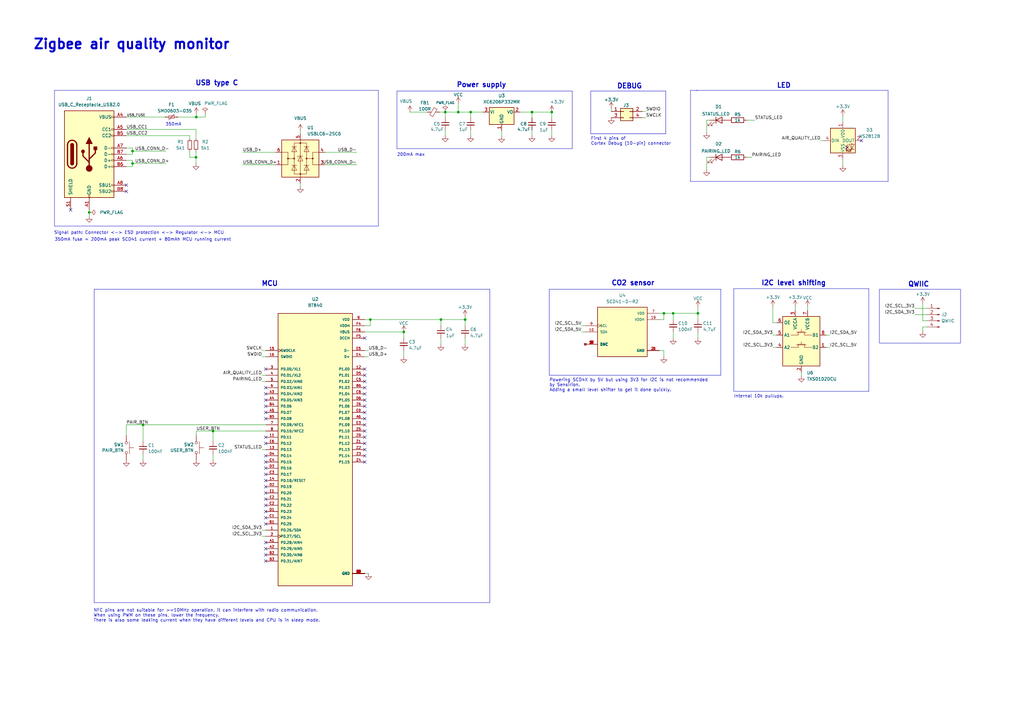
<source format=kicad_sch>
(kicad_sch (version 20230121) (generator eeschema)
  (paper "A3")
  (title_block (title "Zigbee air quality monitor") (date "2024-02-28") (rev "1.0") (company "Jan Gnip"))
  (lib_symbols
    (symbol "Connector:Conn_01x04_Male" (pin_names (offset 1.016) hide)
      (property "Reference" "J" (at 0 5.08 0))
      (property "Value" "Conn_01x04_Male" (at 0 -7.62 0))
      (symbol "Conn_01x04_Male_1_1"
        (pin passive line (at 5.08 2.54 180) (length 3.81) (name "Pin_1") (number "1"))
        (pin passive line (at 5.08 0 180) (length 3.81) (name "Pin_2") (number "2"))
        (pin passive line (at 5.08 -2.54 180) (length 3.81) (name "Pin_3") (number "3"))
        (pin passive line (at 5.08 -5.08 180) (length 3.81) (name "Pin_4") (number "4"))
      )
    )
    (symbol "Connector:USB_C_Receptacle_USB2.0" (pin_names (offset 1.016))
      (property "Reference" "J" (at -10.16 19.05 0))
      (property "Value" "USB_C_Receptacle_USB2.0" (at 19.05 19.05 0))
      (symbol "USB_C_Receptacle_USB2.0_1_1"
        (pin passive line (at 0 -22.86 90) (length 5.08) (name "GND") (number "A1"))
        (pin passive line (at 0 -22.86 90) (length 5.08) hide (name "GND") (number "A12"))
        (pin passive line (at 15.24 15.24 180) (length 5.08) (name "VBUS") (number "A4"))
        (pin bidirectional line (at 15.24 10.16 180) (length 5.08) (name "CC1") (number "A5"))
        (pin bidirectional line (at 15.24 -2.54 180) (length 5.08) (name "D+") (number "A6"))
        (pin bidirectional line (at 15.24 2.54 180) (length 5.08) (name "D-") (number "A7"))
        (pin bidirectional line (at 15.24 -12.7 180) (length 5.08) (name "SBU1") (number "A8"))
        (pin passive line (at 15.24 15.24 180) (length 5.08) hide (name "VBUS") (number "A9"))
        (pin passive line (at 0 -22.86 90) (length 5.08) hide (name "GND") (number "B1"))
        (pin passive line (at 0 -22.86 90) (length 5.08) hide (name "GND") (number "B12"))
        (pin passive line (at 15.24 15.24 180) (length 5.08) hide (name "VBUS") (number "B4"))
        (pin bidirectional line (at 15.24 7.62 180) (length 5.08) (name "CC2") (number "B5"))
        (pin bidirectional line (at 15.24 -5.08 180) (length 5.08) (name "D+") (number "B6"))
        (pin bidirectional line (at 15.24 0 180) (length 5.08) (name "D-") (number "B7"))
        (pin bidirectional line (at 15.24 -15.24 180) (length 5.08) (name "SBU2") (number "B8"))
        (pin passive line (at 15.24 15.24 180) (length 5.08) hide (name "VBUS") (number "B9"))
        (pin passive line (at -7.62 -22.86 90) (length 5.08) (name "SHIELD") (number "S1"))
      )
    )
    (symbol "Connector_Generic:Conn_02x02_Odd_Even" (pin_names (offset 1.016) hide)
      (property "Reference" "J" (at 1.27 2.54 0))
      (property "Value" "Conn_02x02_Odd_Even" (at 1.27 -5.08 0))
      (symbol "Conn_02x02_Odd_Even_1_1"
        (pin passive line (at -5.08 0 0) (length 3.81) (name "Pin_1") (number "1"))
        (pin passive line (at 7.62 0 180) (length 3.81) (name "Pin_2") (number "2"))
        (pin passive line (at -5.08 -2.54 0) (length 3.81) (name "Pin_3") (number "3"))
        (pin passive line (at 7.62 -2.54 180) (length 3.81) (name "Pin_4") (number "4"))
      )
    )
    (symbol "Device:C_Small" (pin_numbers hide) (pin_names (offset 0.254) hide)
      (property "Reference" "C" (at 0.254 1.778 0))
      (property "Value" "C_Small" (at 0.254 -2.032 0))
      (symbol "C_Small_1_1"
        (pin passive line (at 0 2.54 270) (length 2.032) (name "~") (number "1"))
        (pin passive line (at 0 -2.54 90) (length 2.032) (name "~") (number "2"))
      )
    )
    (symbol "Device:FerriteBead_Small" (pin_numbers hide) (pin_names (offset 0))
      (property "Reference" "FB" (at 1.905 1.27 0))
      (property "Value" "FerriteBead_Small" (at 1.905 -1.27 0))
      (symbol "FerriteBead_Small_1_1"
        (pin passive line (at 0 2.54 270) (length 1.27) (name "~") (number "1"))
        (pin passive line (at 0 -2.54 90) (length 1.27) (name "~") (number "2"))
      )
    )
    (symbol "Device:LED" (pin_numbers hide) (pin_names (offset 1.016) hide)
      (property "Reference" "D" (at 0 2.54 0))
      (property "Value" "LED" (at 0 -2.54 0))
      (symbol "LED_1_1"
        (pin passive line (at -3.81 0 0) (length 2.54) (name "K") (number "1"))
        (pin passive line (at 3.81 0 180) (length 2.54) (name "A") (number "2"))
      )
    )
    (symbol "Device:Polyfuse_Small" (pin_numbers hide) (pin_names (offset 0))
      (property "Reference" "F" (at -1.905 0 90))
      (property "Value" "Polyfuse_Small" (at 1.905 0 90))
      (symbol "Polyfuse_Small_1_1"
        (pin passive line (at 0 2.54 270) (length 0.635) (name "~") (number "1"))
        (pin passive line (at 0 -2.54 90) (length 0.635) (name "~") (number "2"))
      )
    )
    (symbol "Device:R" (pin_numbers hide) (pin_names (offset 0))
      (property "Reference" "R" (at 2.032 0 90))
      (property "Value" "R" (at 0 0 90))
      (symbol "R_1_1"
        (pin passive line (at 0 3.81 270) (length 1.27) (name "~") (number "1"))
        (pin passive line (at 0 -3.81 90) (length 1.27) (name "~") (number "2"))
      )
    )
    (symbol "Device:R_Small" (pin_numbers hide) (pin_names (offset 0.254) hide)
      (property "Reference" "R" (at 0.762 0.508 0))
      (property "Value" "R_Small" (at 0.762 -1.016 0))
      (symbol "R_Small_1_1"
        (pin passive line (at 0 2.54 270) (length 0.762) (name "~") (number "1"))
        (pin passive line (at 0 -2.54 90) (length 0.762) (name "~") (number "2"))
      )
    )
    (symbol "LED:WS2812B" (pin_names (offset 0.254))
      (property "Reference" "D" (at 5.08 5.715 0))
      (property "Value" "WS2812B" (at 1.27 -5.715 0))
      (symbol "WS2812B_0_0"
        (text "RGB" (at 2.286 -4.191 0) (effects (font (size 0.762 0.762))))
      )
      (symbol "WS2812B_1_1"
        (pin power_in line (at 0 7.62 270) (length 2.54) (name "VDD") (number "1"))
        (pin output line (at 7.62 0 180) (length 2.54) (name "DOUT") (number "2"))
        (pin power_in line (at 0 -7.62 90) (length 2.54) (name "VSS") (number "3"))
        (pin input line (at -7.62 0 0) (length 2.54) (name "DIN") (number "4"))
      )
    )
    (symbol "Logic_LevelTranslator:TXS0102DCU"
      (property "Reference" "U6" (at 2.1941 -12.954 0))
      (property "Value" "TXS0102DCU" (at 2.1941 -15.494 0))
      (symbol "TXS0102DCU_1_1"
        (pin bidirectional line (at 10.16 -2.54 180) (length 2.54) (name "B2") (number "1"))
        (pin power_in line (at 0 -12.7 90) (length 2.54) (name "GND") (number "2"))
        (pin power_in line (at -2.54 12.7 270) (length 2.54) (name "VCCA") (number "3"))
        (pin bidirectional line (at -10.16 -2.54 0) (length 2.54) (name "A2") (number "4"))
        (pin bidirectional line (at -10.16 2.54 0) (length 2.54) (name "A1") (number "5"))
        (pin input line (at -10.16 7.62 0) (length 2.54) (name "OE") (number "6"))
        (pin power_in line (at 2.54 12.7 270) (length 2.54) (name "VCCB") (number "7"))
        (pin bidirectional line (at 10.16 2.54 180) (length 2.54) (name "B1") (number "8"))
      )
    )
    (symbol "Power_Protection:USBLC6-2SC6" (pin_names hide)
      (property "Reference" "U" (at 2.54 8.89 0))
      (property "Value" "USBLC6-2SC6" (at 2.54 -8.89 0))
      (symbol "USBLC6-2SC6_1_1"
        (pin passive line (at -10.16 -2.54 0) (length 2.54) (name "I/O1") (number "1"))
        (pin passive line (at 0 -10.16 90) (length 2.54) (name "GND") (number "2"))
        (pin passive line (at 10.16 -2.54 180) (length 2.54) (name "I/O2") (number "3"))
        (pin passive line (at 10.16 2.54 180) (length 2.54) (name "I/O2") (number "4"))
        (pin passive line (at 0 10.16 270) (length 2.54) (name "VBUS") (number "5"))
        (pin passive line (at -10.16 2.54 0) (length 2.54) (name "I/O1") (number "6"))
      )
    )
    (symbol "Regulator_Linear:XC6206PxxxMR" (pin_names (offset 0.254))
      (property "Reference" "U" (at -3.81 3.175 0))
      (property "Value" "XC6206PxxxMR" (at 0 3.175 0))
      (symbol "XC6206PxxxMR_1_1"
        (pin power_in line (at 0 -7.62 90) (length 2.54) (name "GND") (number "1"))
        (pin power_out line (at 7.62 0 180) (length 2.54) (name "VO") (number "2"))
        (pin power_in line (at -7.62 0 0) (length 2.54) (name "VI") (number "3"))
      )
    )
    (symbol "Switch:SW_Push" (pin_numbers hide) (pin_names (offset 1.016) hide)
      (property "Reference" "SW" (at 1.27 2.54 0))
      (property "Value" "SW_Push" (at 0 -1.524 0))
      (symbol "SW_Push_0_1"
        (pin passive line (at -5.08 0 0) (length 2.54) (name "1") (number "1"))
        (pin passive line (at 5.08 0 180) (length 2.54) (name "2") (number "2"))
      )
    )
    (symbol "hangy:BT840" (pin_names (offset 1.016))
      (property "Reference" "U?" (at 0 61.722 0))
      (property "Value" "BT840" (at 0 59.182 0))
      (symbol "BT840_0_0"
        (pin bidirectional line (at -20.32 -33.02 0) (length 5.08) (name "P0.26/SDA") (number "1"))
        (pin power_in line (at 20.32 -50.8 180) (length 5.08) (name "GND") (number "10"))
        (pin bidirectional line (at -20.32 5.08 0) (length 5.08) (name "P0.11") (number "11"))
        (pin bidirectional line (at 20.32 33.02 180) (length 5.08) (name "P1.00") (number "12"))
        (pin bidirectional line (at -20.32 0 0) (length 5.08) (name "P0.13") (number "13"))
        (pin bidirectional line (at -20.32 -12.7 0) (length 5.08) (name "P0.18/RESET") (number "14"))
        (pin input clock (at -20.32 40.64 0) (length 5.08) (name "SWDCLK") (number "15"))
        (pin bidirectional line (at -20.32 38.1 0) (length 5.08) (name "SWDIO") (number "16"))
        (pin bidirectional clock (at -20.32 -35.56 0) (length 5.08) (name "P0.27/SCL") (number "2"))
        (pin bidirectional line (at -20.32 33.02 0) (length 5.08) (name "P0.00/XL1") (number "3"))
        (pin bidirectional line (at -20.32 30.48 0) (length 5.08) (name "P0.01/XL2") (number "4"))
        (pin bidirectional line (at -20.32 27.94 0) (length 5.08) (name "P0.02/AIN0") (number "5"))
        (pin bidirectional line (at -20.32 25.4 0) (length 5.08) (name "P0.03/AIN1") (number "6"))
        (pin bidirectional line (at -20.32 10.16 0) (length 5.08) (name "P0.09/NFC1") (number "7"))
        (pin bidirectional line (at -20.32 7.62 0) (length 5.08) (name "P0.10/NFC2") (number "8"))
        (pin power_in line (at 20.32 53.34 180) (length 5.08) (name "VDD") (number "9"))
        (pin power_in line (at 20.32 -50.8 180) (length 5.08) (name "GND") (number "A0"))
        (pin bidirectional line (at -20.32 -38.1 0) (length 5.08) (name "P0.28/AIN4") (number "A1"))
        (pin bidirectional line (at -20.32 -40.64 0) (length 5.08) (name "P0.29/AIN5") (number "A2"))
        (pin bidirectional line (at -20.32 22.86 0) (length 5.08) (name "P0.04/AIN2") (number "A3"))
        (pin bidirectional line (at -20.32 20.32 0) (length 5.08) (name "P0.05/AIN3") (number "A4"))
        (pin bidirectional line (at -20.32 15.24 0) (length 5.08) (name "P0.07") (number "A5"))
        (pin bidirectional line (at 20.32 12.7 180) (length 5.08) (name "P1.08") (number "A6"))
        (pin power_in line (at 20.32 -50.8 180) (length 5.08) (name "GND") (number "B0"))
        (pin bidirectional line (at -20.32 -30.48 0) (length 5.08) (name "P0.25") (number "B1"))
        (pin bidirectional line (at -20.32 -43.18 0) (length 5.08) (name "P0.30/AIN6") (number "B2"))
        (pin bidirectional line (at -20.32 -45.72 0) (length 5.08) (name "P0.31/AIN7") (number "B3"))
        (pin bidirectional line (at -20.32 17.78 0) (length 5.08) (name "P0.06") (number "B4"))
        (pin bidirectional line (at -20.32 12.7 0) (length 5.08) (name "P0.08") (number "B5"))
        (pin bidirectional line (at 20.32 25.4 180) (length 5.08) (name "P1.03") (number "B6"))
        (pin power_in line (at 20.32 -50.8 180) (length 5.08) (name "GND") (number "C0"))
        (pin bidirectional line (at -20.32 -27.94 0) (length 5.08) (name "P0.24") (number "C1"))
        (pin bidirectional line (at -20.32 -22.86 0) (length 5.08) (name "P0.22") (number "C2"))
        (pin bidirectional line (at -20.32 -10.16 0) (length 5.08) (name "P0.17") (number "C3"))
        (pin bidirectional line (at -20.32 -5.08 0) (length 5.08) (name "P0.15") (number "C4"))
        (pin bidirectional line (at 20.32 27.94 180) (length 5.08) (name "P1.02") (number "C5"))
        (pin bidirectional line (at 20.32 22.86 180) (length 5.08) (name "P1.04") (number "C6"))
        (pin power_in line (at 20.32 -50.8 180) (length 5.08) (name "GND") (number "D0"))
        (pin bidirectional line (at -20.32 -25.4 0) (length 5.08) (name "P0.23") (number "D1"))
        (pin bidirectional line (at -20.32 -15.24 0) (length 5.08) (name "P0.19") (number "D2"))
        (pin bidirectional line (at -20.32 -7.62 0) (length 5.08) (name "P0.16") (number "D3"))
        (pin bidirectional line (at -20.32 -2.54 0) (length 5.08) (name "P0.14") (number "D4"))
        (pin bidirectional line (at 20.32 30.48 180) (length 5.08) (name "P1.01") (number "D5"))
        (pin bidirectional line (at 20.32 20.32 180) (length 5.08) (name "P1.05") (number "D6"))
        (pin bidirectional line (at 20.32 15.24 180) (length 5.08) (name "P1.07") (number "E0"))
        (pin bidirectional line (at -20.32 -17.78 0) (length 5.08) (name "P0.20") (number "E1"))
        (pin bidirectional line (at -20.32 -20.32 0) (length 5.08) (name "P0.21") (number "E2"))
        (pin bidirectional line (at 20.32 10.16 180) (length 5.08) (name "P1.09") (number "E3"))
        (pin bidirectional line (at 20.32 38.1 180) (length 5.08) (name "D+") (number "E4"))
        (pin bidirectional line (at 20.32 40.64 180) (length 5.08) (name "D-") (number "E5"))
        (pin bidirectional line (at -20.32 2.54 0) (length 5.08) (name "P0.12") (number "E6"))
        (pin power_in line (at 20.32 -50.8 180) (length 5.08) (name "GND") (number "F0"))
        (pin power_in line (at 20.32 -50.8 180) (length 5.08) (name "GND") (number "F1"))
        (pin power_in line (at 20.32 -50.8 180) (length 5.08) (name "GND") (number "F2"))
        (pin power_in line (at 20.32 -50.8 180) (length 5.08) (name "GND") (number "F3"))
        (pin power_in line (at 20.32 50.8 180) (length 5.08) (name "VDDH") (number "F4"))
        (pin power_in line (at 20.32 45.72 180) (length 5.08) (name "DCCH") (number "F5"))
        (pin power_in line (at 20.32 48.26 180) (length 5.08) (name "VBUS") (number "F6"))
        (pin bidirectional line (at 20.32 5.08 180) (length 5.08) (name "P1.11") (number "Z0"))
        (pin bidirectional line (at 20.32 2.54 180) (length 5.08) (name "P1.12") (number "Z1"))
        (pin bidirectional line (at 20.32 0 180) (length 5.08) (name "P1.13") (number "Z2"))
        (pin bidirectional line (at 20.32 -2.54 180) (length 5.08) (name "P1.14") (number "Z3"))
        (pin bidirectional line (at 20.32 -5.08 180) (length 5.08) (name "P1.15") (number "Z4"))
        (pin bidirectional line (at 20.32 7.62 180) (length 5.08) (name "P1.10") (number "Z5"))
        (pin bidirectional line (at 20.32 17.78 180) (length 5.08) (name "P1.06") (number "Z6"))
      )
    )
    (symbol "power:+3.3V" (power) (pin_names (offset 0))
      (property "Value" "+3.3V" (at 0 3.556 0))
      (symbol "+3.3V_1_1"
        (pin power_in line (at 0 0 90) (length 0) hide (name "+3.3V") (number "1"))
      )
    )
    (symbol "power:GND" (power) (pin_names (offset 0))
      (property "Value" "GND" (at 0 -3.81 0))
      (symbol "GND_1_1"
        (pin power_in line (at 0 0 270) (length 0) hide (name "GND") (number "1"))
      )
    )
    (symbol "power:PWR_FLAG" (power) (pin_numbers hide) (pin_names (offset 0) hide)
      (property "Value" "PWR_FLAG" (at 0 3.81 0))
      (symbol "PWR_FLAG_0_0"
        (pin power_out line (at 0 0 90) (length 0) (name "pwr") (number "1"))
      )
    )
    (symbol "power:VBUS" (power) (pin_names (offset 0))
      (property "Value" "VBUS" (at 0 3.81 0))
      (symbol "VBUS_1_1"
        (pin power_in line (at 0 0 90) (length 0) hide (name "VBUS") (number "1"))
      )
    )
    (symbol "power:VCC" (power) (pin_names (offset 0))
      (property "Value" "VCC" (at 0 3.81 0))
      (symbol "VCC_1_1"
        (pin power_in line (at 0 0 90) (length 0) hide (name "VCC") (number "1"))
      )
    )
    (symbol "zigbee_air_quality_monitor:SCD41-D-R2" (pin_names (offset 1.016))
      (property "Reference" "U" (at -10.16 11.176 0))
      (property "Value" "SCD41-D-R2" (at -10.16 -12.7 0))
      (symbol "SCD41-D-R2_0_0"
        (pin no_connect line (at -15.24 -5.08 0) (length 5.08) (name "DNC") (number "1"))
        (pin bidirectional line (at -15.24 0 0) (length 5.08) (name "SDA") (number "10"))
        (pin no_connect line (at -15.24 -5.08 0) (length 5.08) (name "DNC") (number "11"))
        (pin no_connect line (at -15.24 -5.08 0) (length 5.08) (name "DNC") (number "12"))
        (pin no_connect line (at -15.24 -5.08 0) (length 5.08) (name "DNC") (number "13"))
        (pin no_connect line (at -15.24 -5.08 0) (length 5.08) (name "DNC") (number "14"))
        (pin no_connect line (at -15.24 -5.08 0) (length 5.08) (name "DNC") (number "15"))
        (pin no_connect line (at -15.24 -5.08 0) (length 5.08) (name "DNC") (number "16"))
        (pin no_connect line (at -15.24 -5.08 0) (length 5.08) (name "DNC") (number "17"))
        (pin no_connect line (at -15.24 -5.08 0) (length 5.08) (name "DNC") (number "18"))
        (pin power_in line (at 15.24 5.08 180) (length 5.08) (name "VDDH") (number "19"))
        (pin no_connect line (at -15.24 -5.08 0) (length 5.08) (name "DNC") (number "2"))
        (pin power_in line (at 15.24 -7.62 180) (length 5.08) (name "GND") (number "20"))
        (pin power_in line (at 15.24 -7.62 180) (length 5.08) (name "GND") (number "21"))
        (pin no_connect line (at -15.24 -5.08 0) (length 5.08) (name "DNC") (number "3"))
        (pin no_connect line (at -15.24 -5.08 0) (length 5.08) (name "DNC") (number "4"))
        (pin no_connect line (at -15.24 -5.08 0) (length 5.08) (name "DNC") (number "5"))
        (pin power_in line (at 15.24 -7.62 180) (length 5.08) (name "GND") (number "6"))
        (pin power_in line (at 15.24 7.62 180) (length 5.08) (name "VDD") (number "7"))
        (pin no_connect line (at -15.24 -5.08 0) (length 5.08) (name "DNC") (number "8"))
        (pin input clock (at -15.24 2.54 0) (length 5.08) (name "SCL") (number "9"))
      )
    )
  )
  (junction (at 187.96 45.974))
  (junction (at 276.098 128.524))
  (junction (at 193.04 45.974))
  (junction (at 54.356 61.976))
  (junction (at 218.186 45.974))
  (junction (at 54.356 67.056))
  (junction (at 87.376 176.784))
  (junction (at 272.288 128.524))
  (junction (at 58.674 174.244))
  (junction (at 165.608 136.144))
  (junction (at 151.892 131.064))
  (junction (at 36.576 87.122))
  (junction (at 182.626 45.974))
  (junction (at 286.258 128.524))
  (junction (at 226.314 45.974))
  (junction (at 190.754 131.064))
  (junction (at 80.518 48.006))
  (junction (at 80.391 64.516))
  (junction (at 180.848 131.064))
  (no_connect (at 149.606 174.244))
  (no_connect (at 149.606 169.164))
  (no_connect (at 108.966 225.044))
  (no_connect (at 108.966 199.644))
  (no_connect (at 108.966 194.564))
  (no_connect (at 108.966 192.024))
  (no_connect (at 51.816 75.946))
  (no_connect (at 149.606 166.624))
  (no_connect (at 108.966 212.344))
  (no_connect (at 149.606 159.004))
  (no_connect (at 149.606 176.784))
  (no_connect (at 108.966 181.864))
  (no_connect (at 149.606 151.384))
  (no_connect (at 108.966 214.884))
  (no_connect (at 108.966 227.584))
  (no_connect (at 108.966 197.104))
  (no_connect (at 149.606 171.704))
  (no_connect (at 149.606 164.084))
  (no_connect (at 149.606 189.484))
  (no_connect (at 108.966 169.164))
  (no_connect (at 108.966 202.184))
  (no_connect (at 108.966 230.124))
  (no_connect (at 149.606 179.324))
  (no_connect (at 108.966 207.264))
  (no_connect (at 149.606 138.684))
  (no_connect (at 108.966 164.084))
  (no_connect (at 108.966 171.704))
  (no_connect (at 149.606 181.864))
  (no_connect (at 108.966 151.384))
  (no_connect (at 108.966 179.324))
  (no_connect (at 108.966 166.624))
  (no_connect (at 28.956 86.106))
  (no_connect (at 149.606 161.544))
  (no_connect (at 108.966 209.804))
  (no_connect (at 108.966 186.944))
  (no_connect (at 51.816 78.486))
  (no_connect (at 347.472 60.452))
  (no_connect (at 149.606 184.404))
  (no_connect (at 149.606 156.464))
  (no_connect (at 108.966 222.504))
  (no_connect (at 353.314 57.658))
  (no_connect (at 108.966 189.484))
  (no_connect (at 108.966 159.004))
  (no_connect (at 149.606 153.924))
  (no_connect (at 108.966 161.544))
  (no_connect (at 149.606 186.944))
  (no_connect (at 108.966 204.724))
  (wire (pts (xy 54.356 67.056) (xy 54.356 68.326)))
  (wire (pts (xy 190.754 138.684) (xy 190.754 141.224)))
  (wire (pts (xy 58.674 174.244) (xy 108.966 174.244)))
  (wire (pts (xy 318.516 132.334) (xy 316.992 132.334)))
  (wire (pts (xy 107.442 217.424) (xy 108.966 217.424)))
  (wire (pts (xy 331.216 127.254) (xy 331.216 125.73)))
  (wire (pts (xy 107.442 219.964) (xy 108.966 219.964)))
  (polyline (pts (xy 273.05 37.338) (xy 273.05 54.864)))
  (wire (pts (xy 54.356 61.976) (xy 68.072 61.976)))
  (wire (pts (xy 380.238 131.572) (xy 378.46 131.572)))
  (wire (pts (xy 193.04 45.974) (xy 198.12 45.974)))
  (wire (pts (xy 51.816 53.086) (xy 80.391 53.086)))
  (wire (pts (xy 87.376 186.182) (xy 87.376 188.722)))
  (wire (pts (xy 326.136 127.254) (xy 326.136 125.73)))
  (wire (pts (xy 218.186 45.974) (xy 218.186 48.26)))
  (wire (pts (xy 218.186 45.974) (xy 226.314 45.974)))
  (polyline (pts (xy 200.914 247.142) (xy 38.608 247.142)))
  (wire (pts (xy 107.442 156.464) (xy 108.966 156.464)))
  (wire (pts (xy 316.992 125.73) (xy 316.992 132.334)))
  (wire (pts (xy 218.186 53.34) (xy 218.186 55.626)))
  (polyline (pts (xy 22.352 37.084) (xy 155.194 37.084)))
  (wire (pts (xy 99.568 67.564) (xy 113.03 67.564)))
  (wire (pts (xy 338.836 142.494) (xy 340.36 142.494)))
  (wire (pts (xy 289.814 64.516) (xy 289.814 69.596)))
  (wire (pts (xy 272.288 128.524) (xy 270.51 128.524)))
  (wire (pts (xy 240.03 136.144) (xy 238.506 136.144)))
  (wire (pts (xy 345.694 47.498) (xy 345.694 50.038)))
  (wire (pts (xy 149.606 131.064) (xy 151.892 131.064)))
  (wire (pts (xy 51.816 63.246) (xy 54.356 63.246)))
  (wire (pts (xy 99.568 62.484) (xy 113.03 62.484)))
  (wire (pts (xy 80.391 64.516) (xy 80.391 67.056)))
  (wire (pts (xy 276.098 128.524) (xy 276.098 131.064)))
  (wire (pts (xy 226.314 45.974) (xy 226.314 48.26)))
  (wire (pts (xy 308.356 64.516) (xy 306.324 64.516)))
  (wire (pts (xy 54.356 65.786) (xy 54.356 67.056)))
  (wire (pts (xy 180.34 45.974) (xy 182.626 45.974)))
  (wire (pts (xy 54.356 67.056) (xy 68.072 67.056)))
  (wire (pts (xy 80.391 53.086) (xy 80.391 56.896)))
  (wire (pts (xy 165.608 143.764) (xy 165.608 146.304)))
  (wire (pts (xy 151.13 235.204) (xy 149.606 235.204)))
  (wire (pts (xy 338.836 137.414) (xy 340.36 137.414)))
  (polyline (pts (xy 155.194 37.084) (xy 155.194 92.71)))
  (wire (pts (xy 151.892 131.064) (xy 180.848 131.064)))
  (polyline (pts (xy 46.736 118.618) (xy 200.914 118.618)))
  (polyline (pts (xy 283.21 37.084) (xy 283.21 74.422)))
  (polyline (pts (xy 234.696 37.338) (xy 234.696 60.96)))
  (wire (pts (xy 276.098 128.524) (xy 286.258 128.524)))
  (wire (pts (xy 80.518 46.736) (xy 80.518 48.006)))
  (wire (pts (xy 289.814 64.516) (xy 291.084 64.516)))
  (wire (pts (xy 180.848 138.684) (xy 180.848 141.224)))
  (wire (pts (xy 270.51 143.764) (xy 272.288 143.764)))
  (polyline (pts (xy 162.814 37.338) (xy 162.814 60.96)))
  (wire (pts (xy 77.851 64.516) (xy 80.391 64.516)))
  (wire (pts (xy 213.36 45.974) (xy 218.186 45.974)))
  (wire (pts (xy 240.03 133.604) (xy 238.506 133.604)))
  (wire (pts (xy 289.814 49.276) (xy 289.814 54.356)))
  (wire (pts (xy 187.96 45.974) (xy 193.04 45.974)))
  (wire (pts (xy 336.55 57.658) (xy 338.074 57.658)))
  (wire (pts (xy 286.258 128.524) (xy 286.258 125.984)))
  (wire (pts (xy 168.148 45.974) (xy 175.26 45.974)))
  (wire (pts (xy 51.816 65.786) (xy 54.356 65.786)))
  (wire (pts (xy 226.314 53.34) (xy 226.314 55.626)))
  (wire (pts (xy 51.816 60.706) (xy 54.356 60.706)))
  (wire (pts (xy 133.35 62.484) (xy 146.304 62.484)))
  (wire (pts (xy 108.966 146.304) (xy 107.442 146.304)))
  (wire (pts (xy 151.13 143.764) (xy 149.606 143.764)))
  (wire (pts (xy 108.966 143.764) (xy 107.442 143.764)))
  (wire (pts (xy 80.518 48.006) (xy 84.1502 48.006)))
  (wire (pts (xy 378.46 124.46) (xy 378.46 131.572)))
  (wire (pts (xy 87.376 176.784) (xy 87.376 181.102)))
  (polyline (pts (xy 364.236 74.422) (xy 283.21 74.422)))
  (wire (pts (xy 36.576 86.106) (xy 36.576 87.122)))
  (polyline (pts (xy 200.914 118.618) (xy 200.914 247.142)))
  (wire (pts (xy 54.356 60.706) (xy 54.356 61.976)))
  (wire (pts (xy 276.098 136.144) (xy 276.098 138.684)))
  (polyline (pts (xy 285.496 37.084) (xy 364.236 37.084)))
  (wire (pts (xy 149.606 133.604) (xy 151.892 133.604)))
  (wire (pts (xy 190.754 131.064) (xy 190.754 133.604)))
  (polyline (pts (xy 38.608 118.618) (xy 46.736 118.618)))
  (wire (pts (xy 286.258 128.524) (xy 286.258 131.064)))
  (polyline (pts (xy 38.608 247.142) (xy 38.608 118.618)))
  (wire (pts (xy 205.74 53.594) (xy 205.74 55.88)))
  (polyline (pts (xy 295.656 118.618) (xy 225.298 118.618)))
  (wire (pts (xy 263.398 48.26) (xy 264.922 48.26)))
  (polyline (pts (xy 234.696 60.96) (xy 162.814 60.96)))
  (wire (pts (xy 84.1502 46.736) (xy 84.1502 48.006)))
  (wire (pts (xy 309.626 49.276) (xy 306.324 49.276)))
  (polyline (pts (xy 283.21 37.084) (xy 286.258 37.084)))
  (wire (pts (xy 272.288 131.064) (xy 272.288 128.524)))
  (wire (pts (xy 182.626 53.34) (xy 182.626 55.626)))
  (wire (pts (xy 318.516 137.414) (xy 316.992 137.414)))
  (wire (pts (xy 80.518 176.784) (xy 80.518 178.562)))
  (wire (pts (xy 375.158 126.492) (xy 380.238 126.492)))
  (wire (pts (xy 123.19 53.594) (xy 123.19 54.864)))
  (wire (pts (xy 51.816 48.006) (xy 67.818 48.006)))
  (wire (pts (xy 77.851 61.976) (xy 77.851 64.516)))
  (polyline (pts (xy 22.352 37.084) (xy 22.352 92.71)))
  (wire (pts (xy 328.676 154.178) (xy 328.676 152.654)))
  (wire (pts (xy 107.442 184.404) (xy 108.966 184.404)))
  (polyline (pts (xy 295.656 118.618) (xy 295.656 153.924)))
  (wire (pts (xy 151.13 146.304) (xy 149.606 146.304)))
  (wire (pts (xy 378.46 134.112) (xy 380.238 134.112)))
  (polyline (pts (xy 273.05 54.864) (xy 242.316 54.864)))
  (wire (pts (xy 180.848 131.064) (xy 190.754 131.064)))
  (wire (pts (xy 107.442 153.924) (xy 108.966 153.924)))
  (wire (pts (xy 58.674 186.182) (xy 58.674 188.722)))
  (wire (pts (xy 123.19 75.184) (xy 123.19 76.454)))
  (polyline (pts (xy 295.656 153.924) (xy 225.298 153.924)))
  (wire (pts (xy 151.892 133.604) (xy 151.892 131.064)))
  (wire (pts (xy 250.698 44.45) (xy 250.698 45.72)))
  (wire (pts (xy 272.288 128.524) (xy 276.098 128.524)))
  (wire (pts (xy 263.398 45.72) (xy 264.922 45.72)))
  (wire (pts (xy 80.518 176.784) (xy 87.376 176.784)))
  (polyline (pts (xy 364.236 37.084) (xy 364.236 74.422)))
  (wire (pts (xy 378.46 135.89) (xy 378.46 134.112)))
  (polyline (pts (xy 225.298 118.618) (xy 225.298 153.924)))
  (wire (pts (xy 87.376 176.784) (xy 108.966 176.784)))
  (wire (pts (xy 149.606 136.144) (xy 165.608 136.144)))
  (wire (pts (xy 318.516 142.494) (xy 316.992 142.494)))
  (wire (pts (xy 51.816 174.244) (xy 51.816 178.562)))
  (wire (pts (xy 182.626 45.974) (xy 182.626 48.26)))
  (wire (pts (xy 375.158 129.032) (xy 380.238 129.032)))
  (wire (pts (xy 58.674 174.244) (xy 58.674 181.102)))
  (polyline (pts (xy 242.316 37.338) (xy 273.05 37.338)))
  (polyline (pts (xy 162.814 37.338) (xy 234.696 37.338)))
  (wire (pts (xy 54.356 61.976) (xy 54.356 63.246)))
  (polyline (pts (xy 242.316 37.338) (xy 242.316 54.864)))
  (wire (pts (xy 72.898 48.006) (xy 80.518 48.006)))
  (wire (pts (xy 187.96 42.418) (xy 187.96 45.974)))
  (wire (pts (xy 289.814 49.276) (xy 291.084 49.276)))
  (wire (pts (xy 80.391 64.516) (xy 80.391 61.976)))
  (wire (pts (xy 182.626 45.974) (xy 187.96 45.974)))
  (wire (pts (xy 133.35 67.564) (xy 146.304 67.564)))
  (wire (pts (xy 77.851 55.626) (xy 77.851 56.896)))
  (wire (pts (xy 36.576 87.122) (xy 36.576 88.646)))
  (wire (pts (xy 51.816 174.244) (xy 58.674 174.244)))
  (wire (pts (xy 180.848 131.064) (xy 180.848 133.604)))
  (polyline (pts (xy 155.194 92.71) (xy 22.352 92.71)))
  (wire (pts (xy 270.51 131.064) (xy 272.288 131.064)))
  (wire (pts (xy 286.258 136.144) (xy 286.258 138.684)))
  (wire (pts (xy 190.754 129.794) (xy 190.754 131.064)))
  (wire (pts (xy 272.288 146.304) (xy 272.288 143.764)))
  (wire (pts (xy 193.04 53.34) (xy 193.04 55.626)))
  (wire (pts (xy 165.608 136.144) (xy 165.608 138.684)))
  (wire (pts (xy 193.04 45.974) (xy 193.04 48.26)))
  (wire (pts (xy 51.816 68.326) (xy 54.356 68.326)))
  (wire (pts (xy 51.816 55.626) (xy 77.851 55.626)))
  (wire (pts (xy 345.694 65.278) (xy 345.694 67.818)))
  (rectangle (start 300.99 118.364) (end 356.362 160.528))
  (rectangle (start 360.68 118.618) (end 393.954 140.716))
  (text "Internal 10k pullups." (at 300.99 163.322 0) (effects (font (size 1.27 1.27)) (justify left bottom)))
  (text "DEBUG" (at 252.984 36.576 0) (effects (font (size 2 2) (thickness 0.4) bold) (justify left bottom)))
  (text "LED" (at 318.516 36.322 0) (effects (font (size 2 2) (thickness 0.4) bold) (justify left bottom)))
  (text "MCU" (at 107.188 117.602 0) (effects (font (size 2 2) (thickness 0.4) bold) (justify left bottom)))
  (text "350mA" (at 67.818 51.816 0) (effects (font (size 1.27 1.27)) (justify left bottom)))
  (text "Power supply" (at 187.198 36.068 0) (effects (font (size 2 2) (thickness 0.4) bold) (justify left bottom)))
  (text "200mA max" (at 162.814 64.262 0) (effects (font (size 1.27 1.27)) (justify left bottom)))
  (text "NFC pins are not suitable for >=10MHz operation, it can interfere with radio communication.\nWhen using PWM on these pins, lower the frequency.\nThere is also some leaking current when they have different levels and CPU is in sleep mode." (at 38.354 255.27 0) (effects (font (size 1.27 1.27)) (justify left bottom)))
  (text "Powering SCD4X by 5V but using 3V3 for I2C is not recommended\nby Sensirion.\nAdding a small level shifter to get it done quickly." (at 225.298 160.782 0) (effects (font (size 1.27 1.27)) (justify left bottom)))
  (text "USB type C" (at 80.0608 35.306 0) (effects (font (size 2 2) (thickness 0.4) bold) (justify left bottom)))
  (text "CO2 sensor" (at 250.698 117.348 0) (effects (font (size 2 2) (thickness 0.4) bold) (justify left bottom)))
  (text "First 4 pins of\nCortex Debug (10-pin) connector" (at 242.316 59.69 0) (effects (font (size 1.27 1.27)) (justify left bottom)))
  (text "Signal path: Connector <-> ESD protection <-> Regulator <-> MCU" (at 22.1488 96.266 0) (effects (font (size 1.27 1.27)) (justify left bottom)))
  (text "I2C level shifting" (at 312.166 117.348 0) (effects (font (size 2 2) (thickness 0.4) bold) (justify left bottom)))
  (text "350mA fuse = 200mA peak SCD41 current + 80mAh MCU running current" (at 22.352 99.06 0) (effects (font (size 1.27 1.27)) (justify left bottom)))
  (text "Zigbee air quality monitor" (at 13.462 20.574 0) (effects (font (size 4 4) (thickness 0.8) bold) (justify left bottom)))
  (text "QWIIC" (at 372.364 117.856 0) (effects (font (size 2 2) (thickness 0.4) bold) (justify left bottom)))
  (label "I2C_SDA_3V3" (at 375.158 129.032 180))
  (label "STATUS_LED" (at 107.442 184.404 180))
  (label "PAIR_BTN" (at 51.816 174.244 0))
  (label "USB_CC1" (at 51.816 53.086 0))
  (label "I2C_SDA_5V" (at 238.506 136.144 180))
  (label "USB_CONN_D-" (at 146.304 67.564 180))
  (label "I2C_SCL_5V" (at 340.36 142.494 0))
  (label "I2C_SCL_3V3" (at 107.442 219.964 180))
  (label "USB_FUSE" (at 51.943 48.006 0) (effects (font (size 1 1))))
  (label "I2C_SDA_5V" (at 340.36 137.414 0))
  (label "USB_CONN_D+" (at 99.568 67.564 0))
  (label "I2C_SDA_3V3" (at 107.442 217.424 180))
  (label "USB_CONN_D+" (at 55.372 67.056 0))
  (label "I2C_SCL_3V3" (at 375.158 126.492 180))
  (label "PAIRING_LED" (at 107.442 156.464 180))
  (label "USB_CONN_D-" (at 55.372 61.976 0))
  (label "USB_D+" (at 99.568 62.484 0))
  (label "SWCLK" (at 264.922 48.26 0))
  (label "USB_D-" (at 146.304 62.484 180))
  (label "I2C_SCL_3V3" (at 316.992 142.494 180))
  (label "USB_D+" (at 151.13 146.304 0))
  (label "SWCLK" (at 107.442 143.764 180))
  (label "USER_BTN" (at 80.518 176.784 0))
  (label "SWDIO" (at 107.442 146.304 180))
  (label "PAIRING_LED" (at 308.356 64.516 0))
  (label "USB_D-" (at 151.13 143.764 0))
  (label "AIR_QUALITY_LED" (at 107.442 153.924 180))
  (label "STATUS_LED" (at 309.626 49.276 0))
  (label "USB_CC2" (at 51.816 55.626 0))
  (label "I2C_SDA_3V3" (at 316.992 137.414 180))
  (label "I2C_SCL_5V" (at 238.506 133.604 180))
  (label "AIR_QUALITY_LED" (at 336.55 57.658 180))
  (label "SWDIO" (at 264.922 45.72 0))
  (symbol (lib_id "Regulator_Linear:XC6206PxxxMR") (at 205.74 45.974 0) (unit 1)
    (property "Reference" "U3" (at 205.74 39.243 0))
    (property "Value" "XC6206P332MR" (at 205.74 41.783 0))
    (property "Footprint" "Package_TO_SOT_SMD:SOT-23" (effects hide))
    (property "Datasheet" "https://www.torexsemi.com/file/xc6206/XC6206.pdf" (effects hide))
    (property "LCSC Part" "C5446" (effects hide))
  )
  (symbol (lib_id "power:GND") (at 345.694 67.818 0) (unit 1)
    (property "Reference" "#PWR036" (effects hide))
    (property "Value" "GND" (effects hide))
  )
  (symbol (lib_id "Logic_LevelTranslator:TXS0102DCU") (at 328.676 139.954 0) (unit 1)
    (property "Reference" "U6" (at 330.8701 152.908 0) (effects (justify left)))
    (property "Value" "TXS0102DCU" (at 330.8701 155.448 0) (effects (justify left)))
    (property "Footprint" "Package_SO:VSSOP-8_2.3x2mm_P0.5mm" (effects hide))
    (property "Datasheet" "http://www.ti.com/lit/gpn/txs0102" (effects hide))
  )
  (symbol (lib_id "power:GND") (at 289.814 69.596 0) (unit 1)
    (property "Reference" "#PWR034" (effects hide))
    (property "Value" "GND" (effects hide))
  )
  (symbol (lib_id "power:GND") (at 226.314 55.626 0) (unit 1)
    (property "Reference" "#PWR024" (effects hide))
    (property "Value" "GND" (effects hide))
  )
  (symbol (lib_id "Connector_Generic:Conn_02x02_Odd_Even") (at 255.778 45.72 0) (unit 1)
    (property "Reference" "J3" (at 256.794 43.18 0))
    (property "Value" "Conn_02x02_Odd_Even" (effects hide))
    (property "Footprint" "Connector_PinHeader_1.27mm:PinHeader_2x02_P1.27mm_Vertical" (effects hide))
  )
  (symbol (lib_id "power:VBUS") (at 123.19 53.594 0) (unit 1)
    (property "Reference" "#PWR09" (effects hide))
    (property "Value" "VBUS" (at 123.19 48.514 0))
  )
  (symbol (lib_id "hangy:BT840") (at 129.286 184.404 0) (unit 1)
    (property "Reference" "U2" (at 129.286 122.682 0))
    (property "Value" "BT840" (at 129.286 125.222 0))
    (property "Footprint" "zigbee_air_quality_monitor:BT840" (effects hide))
    (property "PACKAGE" "SMD-16 Fanstel Corp." (effects hide))
    (property "MF" "Fanstel Corp." (effects hide))
    (property "PRICE" "None" (effects hide))
    (property "MP" "BT840" (effects hide))
    (property "DESCRIPTION" "Bluetooth LE Module, Nordic nRF52840 SoC, Range 180 meters" (effects hide))
    (property "AVAILABILITY" "Unavailable" (effects hide))
  )
  (symbol (lib_id "Device:R_Small") (at 80.391 59.436 180) (unit 1)
    (property "Reference" "R2" (at 84.201 58.166 0))
    (property "Value" "5k1" (at 84.201 60.706 0))
    (property "Footprint" "Resistor_SMD:R_0603_1608Metric" (effects hide))
    (property "LCSC Part" "C105580" (effects hide))
  )
  (symbol (lib_id "power:GND") (at 58.674 188.722 0) (unit 1)
    (property "Reference" "#PWR03" (effects hide))
    (property "Value" "GND" (effects hide))
  )
  (symbol (lib_id "Device:LED") (at 294.894 64.516 0) (unit 1)
    (property "Reference" "D2" (at 294.7162 59.0042 0))
    (property "Value" "PAIRING_LED" (at 293.624 61.976 0))
    (property "Footprint" "LED_SMD:LED_0603_1608Metric" (effects hide))
  )
  (symbol (lib_id "power:+3.3V") (at 226.314 45.974 0) (unit 1)
    (property "Reference" "#PWR023" (effects hide))
    (property "Value" "+3.3V" (at 228.5238 41.7576 0))
  )
  (symbol (lib_id "Device:C_Small") (at 182.626 50.8 0) (unit 1)
    (property "Reference" "C5" (at 177.8 50.8 0) (effects (justify left)))
    (property "Value" "4.7uF" (at 176.53 53.086 0) (effects (justify left)))
    (property "Footprint" "Capacitor_SMD:C_0603_1608Metric" (effects hide))
    (property "LCSC Part" "C1705" (effects hide))
  )
  (symbol (lib_id "power:GND") (at 87.376 188.722 0) (unit 1)
    (property "Reference" "#PWR07" (effects hide))
    (property "Value" "GND" (effects hide))
  )
  (symbol (lib_id "LED:WS2812B") (at 345.694 57.658 0) (unit 1)
    (property "Reference" "D3" (at 356.616 53.3273 0))
    (property "Value" "WS2812B" (at 356.616 55.8673 0))
    (property "Footprint" "LED_SMD:LED_WS2812B-2020_PLCC4_2.0x2.0mm" (effects hide))
    (property "Datasheet" "https://cdn-shop.adafruit.com/datasheets/WS2812B.pdf" (effects hide))
    (property "LCSC Part" "C965555" (effects hide))
  )
  (symbol (lib_id "power:GND") (at 80.518 188.722 0) (unit 1)
    (property "Reference" "#PWR06" (effects hide))
    (property "Value" "GND" (effects hide))
  )
  (symbol (lib_id "Device:C_Small") (at 193.04 50.8 0) (unit 1)
    (property "Reference" "C7" (at 188.214 50.8 0) (effects (justify left)))
    (property "Value" "1uF" (at 188.214 53.086 0) (effects (justify left)))
    (property "Footprint" "Capacitor_SMD:C_0603_1608Metric" (effects hide))
    (property "LCSC Part" "C1592" (effects hide))
  )
  (symbol (lib_id "power:GND") (at 205.74 55.88 0) (unit 1)
    (property "Reference" "#PWR021" (effects hide))
    (property "Value" "GND" (effects hide))
  )
  (symbol (lib_id "power:GND") (at 193.04 55.626 0) (unit 1)
    (property "Reference" "#PWR020" (effects hide))
    (property "Value" "GND" (effects hide))
  )
  (symbol (lib_id "power:GND") (at 190.754 141.224 0) (unit 1)
    (property "Reference" "#PWR019" (effects hide))
    (property "Value" "GND" (effects hide))
  )
  (symbol (lib_id "zigbee_air_quality_monitor:SCD41-D-R2") (at 255.27 136.144 0) (unit 1)
    (property "Reference" "U4" (at 255.27 121.158 0))
    (property "Value" "SCD41-D-R2" (at 255.27 123.698 0))
    (property "Footprint" "zigbee_air_quality_monitor:XDCR_SCD41-D-R2" (effects hide))
    (property "MAXIMUM_PACKAGE_HEIGHT" "6.8mm" (effects hide))
    (property "MANUFACTURER" "Sensirion" (effects hide))
    (property "PARTREV" "1.2" (effects hide))
    (property "STANDARD" "Manufacturer Recommendations" (effects hide))
    (property "SNAPEDA_PN" "SCD41-D-R2" (effects hide))
  )
  (symbol (lib_id "power:GND") (at 180.848 141.224 0) (unit 1)
    (property "Reference" "#PWR015" (effects hide))
    (property "Value" "GND" (effects hide))
  )
  (symbol (lib_id "Switch:SW_Push") (at 80.518 183.642 270) (unit 1)
    (property "Reference" "SW2" (at 79.502 182.372 90) (effects (justify right)))
    (property "Value" "USER_BTN" (at 79.502 184.6834 90) (effects (justify right)))
    (property "Footprint" "Button_Switch_SMD:SW_Push_SPST_NO_Alps_SKRK" (effects hide))
    (property "LCSC Part" "C115357" (effects hide))
  )
  (symbol (lib_id "power:VCC") (at 165.608 136.144 0) (unit 1)
    (property "Reference" "#PWR012" (effects hide))
    (property "Value" "VCC" (at 165.608 132.588 0))
  )
  (symbol (lib_id "power:PWR_FLAG") (at 84.1502 46.736 0) (unit 1)
    (property "Reference" "#FLG02" (effects hide))
    (property "Value" "PWR_FLAG" (at 88.5698 42.418 0))
  )
  (symbol (lib_id "power:+3.3V") (at 316.992 125.73 0) (unit 1)
    (property "Reference" "#PWR039" (effects hide))
    (property "Value" "+3.3V" (at 316.992 121.92 0))
  )
  (symbol (lib_id "power:GND") (at 123.19 76.454 0) (unit 1)
    (property "Reference" "#PWR010" (effects hide))
    (property "Value" "GND" (effects hide))
  )
  (symbol (lib_id "power:+3.3V") (at 250.698 44.45 0) (unit 1)
    (property "Reference" "#PWR027" (effects hide))
    (property "Value" "+3.3V" (at 250.698 40.894 0))
  )
  (symbol (lib_id "Device:R") (at 302.514 64.516 270) (unit 1)
    (property "Reference" "R6" (at 302.514 62.23 90))
    (property "Value" "1k" (at 302.514 64.516 90))
    (property "Footprint" "Resistor_SMD:R_0603_1608Metric" (effects hide))
  )
  (symbol (lib_id "power:GND") (at 165.608 146.304 0) (unit 1)
    (property "Reference" "#PWR013" (effects hide))
    (property "Value" "GND" (effects hide))
  )
  (symbol (lib_id "power:GND") (at 80.391 67.056 0) (unit 1)
    (property "Reference" "#PWR04" (effects hide))
    (property "Value" "GND" (effects hide))
  )
  (symbol (lib_id "Device:C_Small") (at 226.314 50.8 0) (unit 1)
    (property "Reference" "C9" (at 221.234 50.8 0) (effects (justify left)))
    (property "Value" "1uF" (at 221.234 53.34 0) (effects (justify left)))
    (property "Footprint" "Capacitor_SMD:C_0603_1608Metric" (effects hide))
    (property "LCSC Part" "C1592" (effects hide))
  )
  (symbol (lib_id "Device:C_Small") (at 286.258 133.604 0) (unit 1)
    (property "Reference" "C11" (at 288.29 132.588 0) (effects (justify left)))
    (property "Value" "4.7uF" (at 288.29 135.128 0) (effects (justify left)))
    (property "Footprint" "Capacitor_SMD:C_0603_1608Metric" (effects hide))
  )
  (symbol (lib_id "power:GND") (at 151.13 235.204 0) (unit 1)
    (property "Reference" "#PWR011" (effects hide))
    (property "Value" "GND" (effects hide))
  )
  (symbol (lib_id "power:VBUS") (at 80.518 46.736 0) (unit 1)
    (property "Reference" "#PWR05" (effects hide))
    (property "Value" "VBUS" (at 79.883 42.4688 0))
  )
  (symbol (lib_id "Device:R") (at 302.514 49.276 270) (unit 1)
    (property "Reference" "R5" (at 302.514 46.99 90))
    (property "Value" "1k" (at 302.514 49.276 90))
    (property "Footprint" "Resistor_SMD:R_0603_1608Metric" (effects hide))
  )
  (symbol (lib_id "Device:C_Small") (at 276.098 133.604 0) (unit 1)
    (property "Reference" "C10" (at 278.13 132.588 0) (effects (justify left)))
    (property "Value" "100nF" (at 278.13 135.128 0) (effects (justify left)))
    (property "Footprint" "Capacitor_SMD:C_0603_1608Metric" (effects hide))
  )
  (symbol (lib_id "Switch:SW_Push") (at 51.816 183.642 270) (unit 1)
    (property "Reference" "SW1" (at 50.8 182.372 90) (effects (justify right)))
    (property "Value" "PAIR_BTN" (at 50.8 184.6834 90) (effects (justify right)))
    (property "Footprint" "Button_Switch_SMD:SW_Push_SPST_NO_Alps_SKRK" (effects hide))
    (property "LCSC Part" "C115357" (effects hide))
  )
  (symbol (lib_id "power:GND") (at 218.186 55.626 0) (unit 1)
    (property "Reference" "#PWR022" (effects hide))
    (property "Value" "GND" (effects hide))
  )
  (symbol (lib_id "Connector:Conn_01x04_Male") (at 385.318 129.032 0) (mirror y) (unit 1)
    (property "Reference" "J2" (at 386.08 129.0319 0) (effects (justify right)))
    (property "Value" "QWIIC" (at 386.08 131.5719 0) (effects (justify right)))
    (property "Footprint" "Connector_JST:JST_SH_BM04B-SRSS-TB_1x04-1MP_P1.00mm_Vertical" (effects hide))
    (property "LCSC Part" "C160404" (effects hide))
  )
  (symbol (lib_id "Device:R_Small") (at 77.851 59.436 180) (unit 1)
    (property "Reference" "R1" (at 74.041 58.166 0))
    (property "Value" "5k1" (at 74.041 60.706 0))
    (property "Footprint" "Resistor_SMD:R_0603_1608Metric" (effects hide))
    (property "LCSC Part" "C105580" (effects hide))
  )
  (symbol (lib_id "power:GND") (at 36.576 88.646 0) (unit 1)
    (property "Reference" "#PWR01" (effects hide))
    (property "Value" "GND" (effects hide))
  )
  (symbol (lib_id "Device:FerriteBead_Small") (at 177.8 45.974 90) (unit 1)
    (property "Reference" "FB1" (at 174.244 42.164 90))
    (property "Value" "100R" (at 174.244 44.704 90))
    (property "Footprint" "Inductor_SMD:L_0603_1608Metric" (effects hide))
    (property "LCSC Part" "C74325" (effects hide))
  )
  (symbol (lib_id "power:GND") (at 328.676 154.178 0) (unit 1)
    (property "Reference" "#PWR040" (effects hide))
    (property "Value" "GND" (effects hide))
  )
  (symbol (lib_id "power:VBUS") (at 168.148 45.974 0) (unit 1)
    (property "Reference" "#PWR014" (effects hide))
    (property "Value" "VBUS" (at 166.497 41.5036 0))
  )
  (symbol (lib_id "Device:C_Small") (at 58.674 183.642 0) (unit 1)
    (property "Reference" "C1" (at 60.706 182.626 0) (effects (justify left)))
    (property "Value" "100nF" (at 60.706 185.166 0) (effects (justify left)))
    (property "Footprint" "Capacitor_SMD:C_0603_1608Metric" (effects hide))
  )
  (symbol (lib_id "Device:C_Small") (at 87.376 183.642 0) (unit 1)
    (property "Reference" "C2" (at 89.408 182.626 0) (effects (justify left)))
    (property "Value" "100nF" (at 89.408 185.166 0) (effects (justify left)))
    (property "Footprint" "Capacitor_SMD:C_0603_1608Metric" (effects hide))
  )
  (symbol (lib_id "power:PWR_FLAG") (at 182.626 45.974 0) (unit 1)
    (property "Reference" "#FLG03" (effects hide))
    (property "Value" "PWR_FLAG" (at 182.626 42.164 0) (effects (font (size 1 1))))
  )
  (symbol (lib_id "power:GND") (at 182.626 55.626 0) (unit 1)
    (property "Reference" "#PWR016" (effects hide))
    (property "Value" "GND" (effects hide))
  )
  (symbol (lib_id "power:PWR_FLAG") (at 36.576 87.122 270) (unit 1)
    (property "Reference" "#FLG01" (effects hide))
    (property "Value" "PWR_FLAG" (at 40.894 87.1219 90) (effects (justify left)))
  )
  (symbol (lib_id "Device:LED") (at 294.894 49.276 0) (unit 1)
    (property "Reference" "D1" (at 294.7162 43.7642 0))
    (property "Value" "STATUS_LED" (at 293.624 46.736 0))
    (property "Footprint" "LED_SMD:LED_0603_1608Metric" (effects hide))
  )
  (symbol (lib_id "power:GND") (at 276.098 138.684 0) (unit 1)
    (property "Reference" "#PWR030" (effects hide))
    (property "Value" "GND" (effects hide))
  )
  (symbol (lib_id "power:GND") (at 250.698 48.26 0) (unit 1)
    (property "Reference" "#PWR028" (effects hide))
    (property "Value" "GND" (effects hide))
  )
  (symbol (lib_id "power:+3.3V") (at 378.46 124.46 0) (unit 1)
    (property "Reference" "#PWR025" (effects hide))
    (property "Value" "+3.3V" (at 378.46 120.65 0))
  )
  (symbol (lib_id "power:GND") (at 378.46 135.89 0) (unit 1)
    (property "Reference" "#PWR026" (effects hide))
    (property "Value" "GND" (effects hide))
  )
  (symbol (lib_id "power:+3.3V") (at 345.694 47.498 0) (unit 1)
    (property "Reference" "#PWR035" (effects hide))
    (property "Value" "+3.3V" (at 345.694 43.688 0))
  )
  (symbol (lib_id "power:VCC") (at 331.216 125.73 0) (unit 1)
    (property "Reference" "#PWR037" (effects hide))
    (property "Value" "VCC" (at 331.216 122.174 0))
  )
  (symbol (lib_id "Device:C_Small") (at 218.186 50.8 0) (unit 1)
    (property "Reference" "C8" (at 213.36 50.8 0) (effects (justify left)))
    (property "Value" "4.7uF" (at 212.09 53.086 0) (effects (justify left)))
    (property "Footprint" "Capacitor_SMD:C_0603_1608Metric" (effects hide))
    (property "LCSC Part" "C1705" (effects hide))
  )
  (symbol (lib_id "power:GND") (at 272.288 146.304 0) (unit 1)
    (property "Reference" "#PWR029" (effects hide))
    (property "Value" "GND" (effects hide))
  )
  (symbol (lib_id "Connector:USB_C_Receptacle_USB2.0") (at 36.576 63.246 0) (unit 1)
    (property "Reference" "J1" (at 36.576 40.386 0))
    (property "Value" "USB_C_Receptacle_USB2.0" (at 36.576 42.926 0))
    (property "Footprint" "Connector_USB:USB_C_Receptacle_HRO_TYPE-C-31-M-12" (effects hide))
    (property "Datasheet" "https://www.usb.org/sites/default/files/documents/usb_type-c.zip" (effects hide))
    (property "LCSC Part" "C165948" (effects hide))
  )
  (symbol (lib_id "Power_Protection:USBLC6-2SC6") (at 123.19 65.024 0) (unit 1)
    (property "Reference" "U1" (at 125.9587 52.324 0) (effects (justify left)))
    (property "Value" "USBLC6-2SC6" (at 125.9587 54.864 0) (effects (justify left)))
    (property "Footprint" "Package_TO_SOT_SMD:SOT-23-6" (effects hide))
    (property "Datasheet" "https://www.st.com/resource/en/datasheet/usblc6-2.pdf" (effects hide))
    (property "LCSC Part" "C2827654" (effects hide))
  )
  (symbol (lib_id "power:+3.3V") (at 190.754 129.794 0) (unit 1)
    (property "Reference" "#PWR018" (effects hide))
    (property "Value" "+3.3V" (at 190.754 125.984 0))
  )
  (symbol (lib_id "Device:C_Small") (at 180.848 136.144 0) (unit 1)
    (property "Reference" "C4" (at 182.88 135.128 0) (effects (justify left)))
    (property "Value" "1uF" (at 182.88 137.668 0) (effects (justify left)))
    (property "Footprint" "Capacitor_SMD:C_0603_1608Metric" (effects hide))
  )
  (symbol (lib_id "Device:C_Small") (at 165.608 141.224 0) (unit 1)
    (property "Reference" "C3" (at 167.64 140.208 0) (effects (justify left)))
    (property "Value" "4.7uF" (at 167.64 142.748 0) (effects (justify left)))
    (property "Footprint" "Capacitor_SMD:C_0603_1608Metric" (effects hide))
  )
  (symbol (lib_id "power:GND") (at 286.258 138.684 0) (unit 1)
    (property "Reference" "#PWR032" (effects hide))
    (property "Value" "GND" (effects hide))
  )
  (symbol (lib_id "power:GND") (at 289.814 54.356 0) (unit 1)
    (property "Reference" "#PWR033" (effects hide))
    (property "Value" "GND" (effects hide))
  )
  (symbol (lib_id "power:+3.3V") (at 326.136 125.73 0) (unit 1)
    (property "Reference" "#PWR038" (effects hide))
    (property "Value" "+3.3V" (at 326.136 121.92 0))
  )
  (symbol (lib_id "Device:C_Small") (at 190.754 136.144 0) (unit 1)
    (property "Reference" "C6" (at 192.786 135.128 0) (effects (justify left)))
    (property "Value" "4.7uF" (at 192.786 137.668 0) (effects (justify left)))
    (property "Footprint" "Capacitor_SMD:C_0603_1608Metric" (effects hide))
  )
  (symbol (lib_id "power:GND") (at 51.816 188.722 0) (unit 1)
    (property "Reference" "#PWR02" (effects hide))
    (property "Value" "GND" (effects hide))
  )
  (symbol (lib_id "power:VCC") (at 286.258 125.984 0) (unit 1)
    (property "Reference" "#PWR031" (effects hide))
    (property "Value" "VCC" (at 286.258 122.428 0))
  )
  (symbol (lib_id "power:VCC") (at 187.96 42.418 0) (unit 1)
    (property "Reference" "#PWR017" (effects hide))
    (property "Value" "VCC" (at 187.96 38.862 0))
  )
  (symbol (lib_id "Device:Polyfuse_Small") (at 70.358 48.006 90) (unit 1)
    (property "Reference" "F1" (at 70.358 42.926 90))
    (property "Value" "SMD0603-035" (at 71.628 45.466 90))
    (property "Footprint" "Fuse:Fuse_0603_1608Metric" (effects hide))
  )
)
</source>
